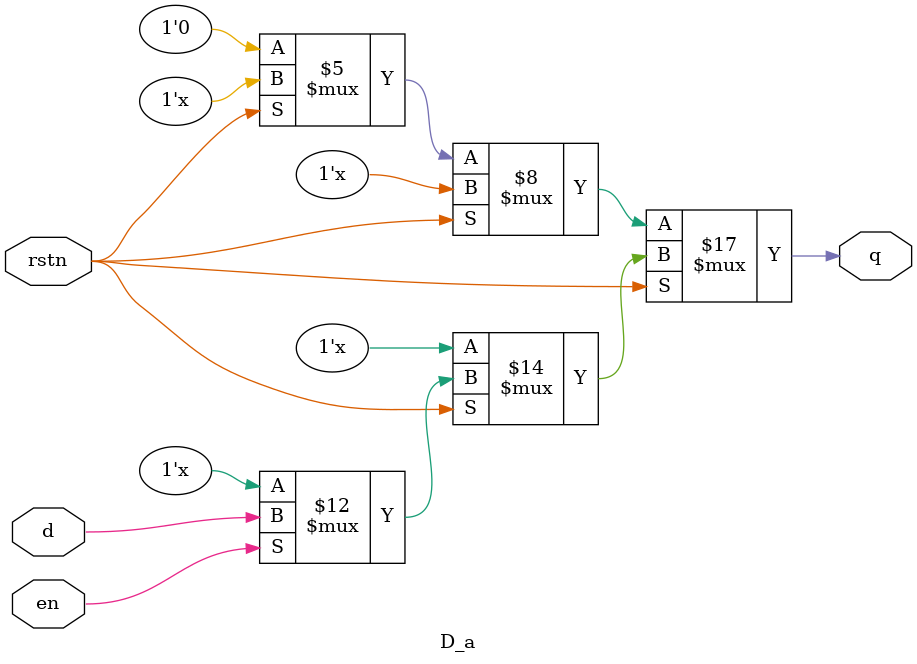
<source format=v>
module D_a(input d, input en, input rstn, output reg q);
always @ (en or d) begin
    if(rstn)begin
        if(en)begin
            q=d;
        end
        else if(!en)begin
            
        end
    end
    else if(!rstn) begin
        q=0;
    end
end

endmodule
</source>
